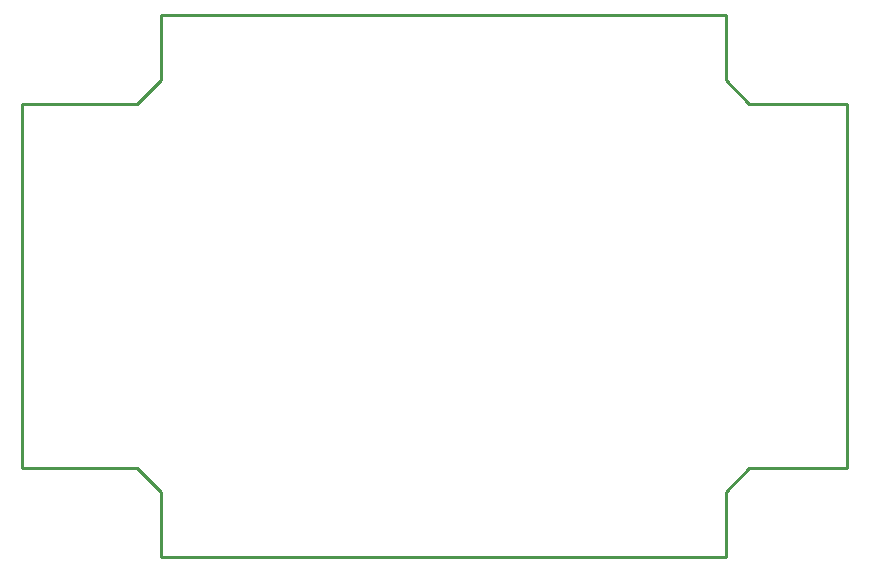
<source format=gm1>
G04 Layer_Color=16711935*
%FSLAX25Y25*%
%MOIN*%
G70*
G01*
G75*
%ADD13C,0.01000*%
D13*
X0Y0D02*
Y60800D01*
X38400D01*
X46200Y68600D01*
Y90300D01*
X234500D01*
Y68600D02*
Y90300D01*
Y68600D02*
X242300Y60800D01*
X274800D01*
Y-60800D02*
Y60800D01*
X242300Y-60800D02*
X274800D01*
X234500Y-68600D02*
X242300Y-60800D01*
X234500Y-90300D02*
Y-68600D01*
X46200Y-90300D02*
X234500D01*
X46200D02*
Y-68600D01*
X38400Y-60800D02*
X46200Y-68600D01*
X0Y-60800D02*
X38400D01*
X0D02*
Y0D01*
M02*

</source>
